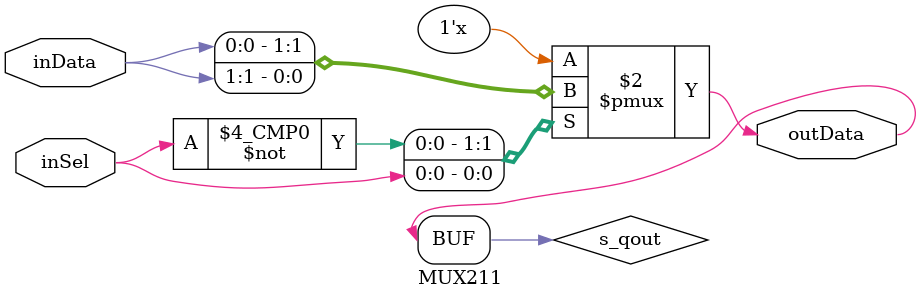
<source format=sv>

module MUX211 (    
    input	[1 : 0]	inData  ,
    input			inSel   ,      
    output			outData  
) ;
 
reg s_qout;

assign outData   =  s_qout ;

always_comb begin : MUX

	case(inSel) 

		1'b0   : begin
			s_qout <= inData[0];
		end		
		
		1'b1   : begin
			s_qout <= inData[1];
		end

	endcase
    
end

endmodule


</source>
